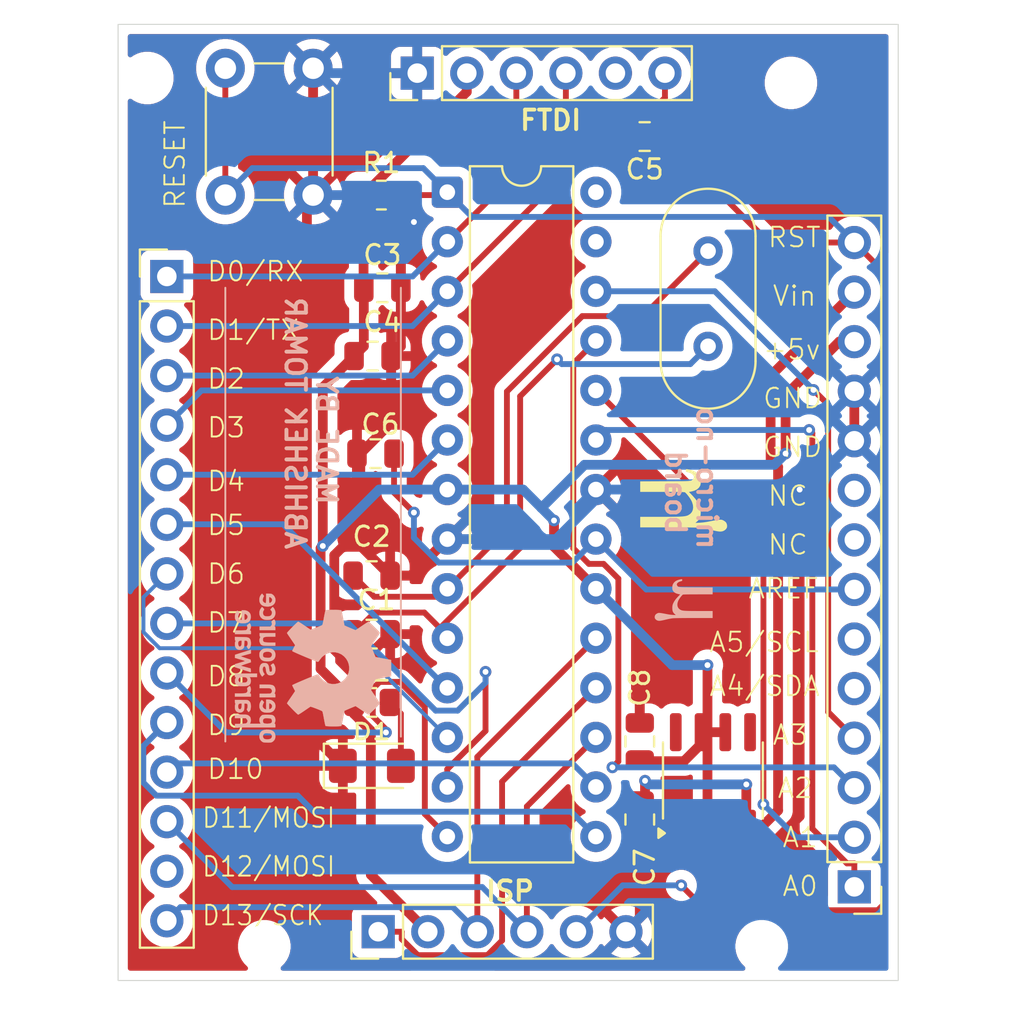
<source format=kicad_pcb>
(kicad_pcb (version 20241229) (generator "pcbnew") (generator_version "9.0")
  (layers (0 "F.Cu" signal) (2 "B.Cu" signal) (13 "F.Paste" user) (15 "B.Paste" user) (5 "F.SilkS" user "F.Silkscreen") (7 "B.SilkS" user "B.Silkscreen") (1 "F.Mask" user) (3 "B.Mask" user) (25 "Edge.Cuts" user))
  (net 0 "")
  (net 1 "GND")
  (net 2 "+5V")
  (net 3 "/RST ")
  (net 4 "/AREF")
  (net 5 "/DTR - AVR")
  (net 6 "/CTS - AVR")
  (net 7 "/D10")
  (net 8 "/D6")
  (net 9 "/D2")
  (net 10 "/D5")
  (net 11 "/D4")
  (net 12 "/D7")
  (net 13 "/D3")
  (net 14 "/D9")
  (net 15 "/D8")
  (net 17 "/A3")
  (net 18 "/A0")
  (net 19 "/A2")
  (net 20 "/A1")
  (net 21 "Vin")
  (net 25 "/PB7")
  (net 26 "/PB6")
  (net 27 "/LED")
  (net 28 "/SCK")
  (net 29 "/ MOSI")
  (net 30 "/MISO")
  (net 31 "/TX")
  (net 32 "/RX")
  (net 33 "/A4")
  (net 34 "/A5")
  (net 35 "/SDA")
  (net 36 "/SCL")
  (net 37 "/ MISO")
  (footprint "Connector_PinHeader_2.54mm:PinHeader_1x14_P2.54mm_Vertical" (layer "F.Cu") (at 166.75 106.2 180)
    (property "Reference" "J3" (hide yes))
    (property "Value" "Screw_Terminal_01x14")
    (pad "1" thru_hole rect (at 0 0 180) (size 1.7 1.7) (drill 1) (layers "*.Cu" "*.Mask") (net 18 "/A0"))
    (pad "2" thru_hole circle (at 0 2.54 180) (size 1.7 1.7) (drill 1) (layers "*.Cu" "*.Mask") (net 20 "/A1"))
    (pad "3" thru_hole circle (at 0 5.08 180) (size 1.7 1.7) (drill 1) (layers "*.Cu" "*.Mask") (net 19 "/A2"))
    (pad "4" thru_hole circle (at 0 7.62 180) (size 1.7 1.7) (drill 1) (layers "*.Cu" "*.Mask") (net 17 "/A3"))
    (pad "5" thru_hole circle (at 0 10.16 180) (size 1.7 1.7) (drill 1) (layers "*.Cu" "*.Mask") (net 33 "/A4"))
    (pad "6" thru_hole circle (at 0 12.7 180) (size 1.7 1.7) (drill 1) (layers "*.Cu" "*.Mask") (net 34 "/A5"))
    (pad "7" thru_hole circle (at 0 15.24 180) (size 1.7 1.7) (drill 1) (layers "*.Cu" "*.Mask") (net 4 "/AREF"))
    (pad "8" thru_hole circle (at 0 17.78 180) (size 1.7 1.7) (drill 1) (layers "*.Cu" "*.Mask"))
    (pad "9" thru_hole circle (at 0 20.32 180) (size 1.7 1.7) (drill 1) (layers "*.Cu" "*.Mask"))
    (pad "10" thru_hole circle (at 0 22.86 180) (size 1.7 1.7) (drill 1) (layers "*.Cu" "*.Mask") (net 1 "GND"))
    (pad "11" thru_hole circle (at 0 25.4 180) (size 1.7 1.7) (drill 1) (layers "*.Cu" "*.Mask") (net 1 "GND"))
    (pad "12" thru_hole circle (at 0 27.94 180) (size 1.7 1.7) (drill 1) (layers "*.Cu" "*.Mask") (net 2 "+5V"))
    (pad "13" thru_hole circle (at 0 30.48 180) (size 1.7 1.7) (drill 1) (layers "*.Cu" "*.Mask") (net 21 "Vin"))
    (pad "14" thru_hole circle (at 0 33.02 180) (size 1.7 1.7) (drill 1) (layers "*.Cu" "*.Mask") (net 3 "/RST "))
  )
  (footprint "LOGO" (layer "F.Cu") (at 156.508914 86.5 90)
    (property "Reference" "G***" (hide yes))
    (property "Value" "LOGO" (hide yes))
  )
  (footprint "Capacitor_SMD:C_0805_2012Metric" (layer "F.Cu") (at 142 90.25)
    (property "Reference" "C2" (at 0 -2 0) (layer "F.SilkS"))
    (property "Value" "22p")
    (pad "1" smd roundrect (at -0.95 0) (size 1 1.45) (layers "F.Cu" "F.Mask" "F.Paste") (net 26 "/PB6"))
    (pad "2" smd roundrect (at 0.95 0) (size 1 1.45) (layers "F.Cu" "F.Mask" "F.Paste") (net 1 "GND"))
  )
  (footprint "Resistor_SMD:R_0805_2012Metric" (layer "F.Cu") (at 142.5 70.75)
    (property "Reference" "R1" (at 0 -1.65 0) (layer "F.SilkS"))
    (property "Value" "10K")
    (pad "1" smd roundrect (at -0.9125 0) (size 1.025 1.4) (layers "F.Cu" "F.Mask" "F.Paste") (roundrect_rratio 0.243902) (net 2 "+5V"))
    (pad "2" smd roundrect (at 0.9125 0) (size 1.025 1.4) (layers "F.Cu" "F.Mask" "F.Paste") (roundrect_rratio 0.243902) (net 3 "/RST "))
  )
  (footprint "Package_DIP:DIP-28_W7.62mm" (layer "F.Cu") (at 145.88 70.6)
    (property "Reference" "U1" (hide yes))
    (property "Value" "ATmega328P-P" (hide yes))
    (pad "1" thru_hole roundrect (at 0 0) (size 1.6 1.6) (drill 0.8) (layers "*.Cu" "*.Mask") (roundrect_rratio 0.15625) (net 3 "/RST "))
    (pad "2" thru_hole circle (at 0 2.54) (size 1.6 1.6) (drill 0.8) (layers "*.Cu" "*.Mask") (net 32 "/RX"))
    (pad "3" thru_hole circle (at 0 5.08) (size 1.6 1.6) (drill 0.8) (layers "*.Cu" "*.Mask") (net 31 "/TX"))
    (pad "4" thru_hole circle (at 0 7.62) (size 1.6 1.6) (drill 0.8) (layers "*.Cu" "*.Mask") (net 9 "/D2"))
    (pad "5" thru_hole circle (at 0 10.16) (size 1.6 1.6) (drill 0.8) (layers "*.Cu" "*.Mask") (net 13 "/D3"))
    (pad "6" thru_hole circle (at 0 12.7) (size 1.6 1.6) (drill 0.8) (layers "*.Cu" "*.Mask") (net 11 "/D4"))
    (pad "7" thru_hole circle (at 0 15.24) (size 1.6 1.6) (drill 0.8) (layers "*.Cu" "*.Mask") (net 2 "+5V"))
    (pad "8" thru_hole circle (at 0 17.78) (size 1.6 1.6) (drill 0.8) (layers "*.Cu" "*.Mask") (net 1 "GND"))
    (pad "9" thru_hole circle (at 0 20.32) (size 1.6 1.6) (drill 0.8) (layers "*.Cu" "*.Mask") (net 26 "/PB6"))
    (pad "10" thru_hole circle (at 0 22.86) (size 1.6 1.6) (drill 0.8) (layers "*.Cu" "*.Mask") (net 25 "/PB7"))
    (pad "11" thru_hole circle (at 0 25.4) (size 1.6 1.6) (drill 0.8) (layers "*.Cu" "*.Mask") (net 10 "/D5"))
    (pad "12" thru_hole circle (at 0 27.94) (size 1.6 1.6) (drill 0.8) (layers "*.Cu" "*.Mask") (net 8 "/D6"))
    (pad "13" thru_hole circle (at 0 30.48) (size 1.6 1.6) (drill 0.8) (layers "*.Cu" "*.Mask") (net 12 "/D7"))
    (pad "14" thru_hole circle (at 0 33.02) (size 1.6 1.6) (drill 0.8) (layers "*.Cu" "*.Mask") (net 15 "/D8"))
    (pad "15" thru_hole circle (at 7.62 33.02) (size 1.6 1.6) (drill 0.8) (layers "*.Cu" "*.Mask") (net 14 "/D9"))
    (pad "16" thru_hole circle (at 7.62 30.48) (size 1.6 1.6) (drill 0.8) (layers "*.Cu" "*.Mask") (net 7 "/D10"))
    (pad "17" thru_hole circle (at 7.62 27.94) (size 1.6 1.6) (drill 0.8) (layers "*.Cu" "*.Mask") (net 29 "/ MOSI"))
    (pad "18" thru_hole circle (at 7.62 25.4) (size 1.6 1.6) (drill 0.8) (layers "*.Cu" "*.Mask") (net 30 "/MISO"))
    (pad "19" thru_hole circle (at 7.62 22.86) (size 1.6 1.6) (drill 0.8) (layers "*.Cu" "*.Mask") (net 28 "/SCK"))
    (pad "20" thru_hole circle (at 7.62 20.32) (size 1.6 1.6) (drill 0.8) (layers "*.Cu" "*.Mask") (net 2 "+5V"))
    (pad "21" thru_hole circle (at 7.62 17.78) (size 1.6 1.6) (drill 0.8) (layers "*.Cu" "*.Mask") (net 4 "/AREF"))
    (pad "22" thru_hole circle (at 7.62 15.24) (size 1.6 1.6) (drill 0.8) (layers "*.Cu" "*.Mask") (net 1 "GND"))
    (pad "23" thru_hole circle (at 7.62 12.7) (size 1.6 1.6) (drill 0.8) (layers "*.Cu" "*.Mask") (net 18 "/A0"))
    (pad "24" thru_hole circle (at 7.62 10.16) (size 1.6 1.6) (drill 0.8) (layers "*.Cu" "*.Mask") (net 20 "/A1"))
    (pad "25" thru_hole circle (at 7.62 7.62) (size 1.6 1.6) (drill 0.8) (layers "*.Cu" "*.Mask") (net 19 "/A2"))
    (pad "26" thru_hole circle (at 7.62 5.08) (size 1.6 1.6) (drill 0.8) (layers "*.Cu" "*.Mask") (net 17 "/A3"))
    (pad "27" thru_hole circle (at 7.62 2.54) (size 1.6 1.6) (drill 0.8) (layers "*.Cu" "*.Mask") (net 35 "/SDA"))
    (pad "28" thru_hole circle (at 7.62 0) (size 1.6 1.6) (drill 0.8) (layers "*.Cu" "*.Mask") (net 36 "/SCL"))
  )
  (footprint "Package_SO:SOIC-8_3.9x4.9mm_P1.27mm" (layer "F.Cu") (at 159.5 100.75 90)
    (property "Reference" "U2" (hide yes))
    (property "Value" "AMS1117CS-5.0" (hide yes))
    (pad "1" smd roundrect (at -2.475 -1.905 90) (size 1.95 0.6) (layers "F.Cu" "F.Mask" "F.Paste") (net 1 "GND"))
    (pad "2" smd roundrect (at -2.475 -0.635 90) (size 1.95 0.6) (layers "F.Cu" "F.Mask" "F.Paste") (net 2 "+5V"))
    (pad "3" smd roundrect (at -2.475 0.635 90) (size 1.95 0.6) (layers "F.Cu" "F.Mask" "F.Paste") (net 2 "+5V"))
    (pad "4" smd roundrect (at -2.475 1.905 90) (size 1.95 0.6) (layers "F.Cu" "F.Mask" "F.Paste") (net 21 "Vin"))
    (pad "5" smd roundrect (at 2.475 1.905 90) (size 1.95 0.6) (layers "F.Cu" "F.Mask" "F.Paste"))
    (pad "6" smd roundrect (at 2.475 0.635 90) (size 1.95 0.6) (layers "F.Cu" "F.Mask" "F.Paste") (net 2 "+5V"))
    (pad "7" smd roundrect (at 2.475 -0.635 90) (size 1.95 0.6) (layers "F.Cu" "F.Mask" "F.Paste") (net 2 "+5V"))
    (pad "8" smd roundrect (at 2.475 -1.905 90) (size 1.95 0.6) (layers "F.Cu" "F.Mask" "F.Paste"))
  )
  (footprint "Capacitor_SMD:C_0805_2012Metric" (layer "F.Cu") (at 155.75 102.75 -90)
    (property "Reference" "C7" (at 2.45 -0.25 90) (layer "F.SilkS"))
    (property "Value" "10uF" (hide yes))
    (pad "1" smd roundrect (at -0.95 0 270) (size 1 1.45) (layers "F.Cu" "F.Mask" "F.Paste") (net 21 "Vin"))
    (pad "2" smd roundrect (at 0.95 0 270) (size 1 1.45) (layers "F.Cu" "F.Mask" "F.Paste") (net 1 "GND"))
  )
  (footprint "Capacitor_SMD:C_0805_2012Metric" (layer "F.Cu") (at 142.05 79)
    (property "Reference" "C4" (at 0.5 -1.75 0) (layer "F.SilkS"))
    (property "Value" "100nF")
    (pad "1" smd roundrect (at -0.95 0) (size 1 1.45) (layers "F.Cu" "F.Mask" "F.Paste") (net 2 "+5V"))
    (pad "2" smd roundrect (at 0.95 0) (size 1 1.45) (layers "F.Cu" "F.Mask" "F.Paste") (net 1 "GND"))
  )
  (footprint "MountingHole:MountingHole_2.2mm_M2" (layer "F.Cu") (at 162 109.25)
    (property "Reference" "H4" (hide yes))
    (property "Value" "MountingHole")
    (pad "" np_thru_hole circle (at 0 0) (size 2.2 2.2) (drill 2.2) (layers "*.Cu" "*.Mask"))
  )
  (footprint "Crystal:Crystal_HC49-4H_Vertical" (layer "F.Cu") (at 159.25 78.5 90)
    (property "Reference" "Y1" (hide yes))
    (property "Value" "16MHz" (hide yes))
    (pad "1" thru_hole circle (at 0 0 90) (size 1.5 1.5) (drill 0.8) (layers "*.Cu" "*.Mask") (net 25 "/PB7"))
    (pad "2" thru_hole circle (at 4.88 0 90) (size 1.5 1.5) (drill 0.8) (layers "*.Cu" "*.Mask") (net 26 "/PB6"))
  )
  (footprint "MountingHole:MountingHole_2.2mm_M2" (layer "F.Cu") (at 163.5 65)
    (property "Reference" "H1" (hide yes))
    (property "Value" "MountingHole")
    (pad "" np_thru_hole circle (at 0 0) (size 2.2 2.2) (drill 2.2) (layers "*.Cu" "*.Mask"))
  )
  (footprint "Resistor_SMD:R_0805_2012Metric" (layer "F.Cu") (at 142.0125 96.75)
    (property "Reference" "R2" (at 0 -1.5 0) (layer "F.SilkS") (effects (font (size 0.8 1))))
    (property "Value" "330")
    (pad "1" smd roundrect (at -0.9125 0) (size 1.025 1.4) (layers "F.Cu" "F.Mask" "F.Paste") (roundrect_rratio 0.243902) (net 2 "+5V"))
    (pad "2" smd roundrect (at 0.9125 0) (size 1.025 1.4) (layers "F.Cu" "F.Mask" "F.Paste") (roundrect_rratio 0.243902) (net 27 "/LED"))
  )
  (footprint "Connector_PinHeader_2.54mm:PinHeader_1x06_P2.54mm_Vertical" (layer "F.Cu") (at 142.34 108.5 90)
    (property "Reference" "J1" (hide yes))
    (property "Value" "AVR-ISP-6" (hide yes))
    (pad "1" thru_hole rect (at 0 0 90) (size 1.7 1.7) (drill 1) (layers "*.Cu" "*.Mask") (net 30 "/MISO"))
    (pad "2" thru_hole circle (at 0 2.54 90) (size 1.7 1.7) (drill 1) (layers "*.Cu" "*.Mask") (net 2 "+5V"))
    (pad "3" thru_hole circle (at 0 5.08 90) (size 1.7 1.7) (drill 1) (layers "*.Cu" "*.Mask") (net 28 "/SCK"))
    (pad "4" thru_hole circle (at 0 7.62 90) (size 1.7 1.7) (drill 1) (layers "*.Cu" "*.Mask") (net 29 "/ MOSI"))
    (pad "5" thru_hole circle (at 0 10.16 90) (size 1.7 1.7) (drill 1) (layers "*.Cu" "*.Mask") (net 3 "/RST "))
    (pad "6" thru_hole circle (at 0 12.7 90) (size 1.7 1.7) (drill 1) (layers "*.Cu" "*.Mask") (net 1 "GND"))
  )
  (footprint "MountingHole:MountingHole_2.2mm_M2" (layer "F.Cu") (at 136.5 109.25)
    (property "Reference" "H3" (hide yes))
    (property "Value" "MountingHole")
    (pad "" np_thru_hole circle (at 0 0) (size 2.2 2.2) (drill 2.2) (layers "*.Cu" "*.Mask"))
  )
  (footprint "MountingHole:MountingHole_2.2mm_M2" (layer "F.Cu") (at 130.5 64.75 180)
    (property "Reference" "H2" (hide yes))
    (property "Value" "MountingHole")
    (pad "" np_thru_hole circle (at 0 0 180) (size 2.2 2.2) (drill 2.2) (layers "*.Cu" "*.Mask"))
  )
  (footprint "Connector_PinHeader_2.54mm:PinHeader_1x14_P2.54mm_Vertical" (layer "F.Cu") (at 131.5 74.92)
    (property "Reference" "J2" (hide yes))
    (property "Value" "Screw_Terminal_01x14")
    (pad "1" thru_hole rect (at 0 0) (size 1.7 1.7) (drill 1) (layers "*.Cu" "*.Mask") (net 32 "/RX"))
    (pad "2" thru_hole circle (at 0 2.54) (size 1.7 1.7) (drill 1) (layers "*.Cu" "*.Mask") (net 31 "/TX"))
    (pad "3" thru_hole circle (at 0 5.08) (size 1.7 1.7) (drill 1) (layers "*.Cu" "*.Mask") (net 9 "/D2"))
    (pad "4" thru_hole circle (at 0 7.62) (size 1.7 1.7) (drill 1) (layers "*.Cu" "*.Mask") (net 13 "/D3"))
    (pad "5" thru_hole circle (at 0 10.16) (size 1.7 1.7) (drill 1) (layers "*.Cu" "*.Mask") (net 11 "/D4"))
    (pad "6" thru_hole circle (at 0 12.7) (size 1.7 1.7) (drill 1) (layers "*.Cu" "*.Mask") (net 10 "/D5"))
    (pad "7" thru_hole circle (at 0 15.24) (size 1.7 1.7) (drill 1) (layers "*.Cu" "*.Mask") (net 8 "/D6"))
    (pad "8" thru_hole circle (at 0 17.78) (size 1.7 1.7) (drill 1) (layers "*.Cu" "*.Mask") (net 12 "/D7"))
    (pad "9" thru_hole circle (at 0 20.32) (size 1.7 1.7) (drill 1) (layers "*.Cu" "*.Mask") (net 15 "/D8"))
    (pad "10" thru_hole circle (at 0 22.86) (size 1.7 1.7) (drill 1) (layers "*.Cu" "*.Mask") (net 14 "/D9"))
    (pad "11" thru_hole circle (at 0 25.4) (size 1.7 1.7) (drill 1) (layers "*.Cu" "*.Mask") (net 7 "/D10"))
    (pad "12" thru_hole circle (at 0 27.94) (size 1.7 1.7) (drill 1) (layers "*.Cu" "*.Mask") (net 29 "/ MOSI"))
    (pad "13" thru_hole circle (at 0 30.48) (size 1.7 1.7) (drill 1) (layers "*.Cu" "*.Mask") (net 37 "/ MISO"))
    (pad "14" thru_hole circle (at 0 33.02) (size 1.7 1.7) (drill 1) (layers "*.Cu" "*.Mask") (net 28 "/SCK"))
  )
  (footprint "Capacitor_SMD:C_0805_2012Metric" (layer "F.Cu") (at 155.75 98.75 90)
    (property "Reference" "C8" (at 2.75 0 90) (layer "F.SilkS"))
    (property "Value" "10uF" (hide yes))
    (pad "1" smd roundrect (at -0.95 0 90) (size 1 1.45) (layers "F.Cu" "F.Mask" "F.Paste") (net 2 "+5V"))
    (pad "2" smd roundrect (at 0.95 0 90) (size 1 1.45) (layers "F.Cu" "F.Mask" "F.Paste") (net 1 "GND"))
  )
  (footprint "Capacitor_SMD:C_0805_2012Metric" (layer "F.Cu") (at 142 93.25)
    (property "Reference" "C1" (at 0.25 -1.75 0) (layer "F.SilkS"))
    (property "Value" "22p")
    (pad "1" smd roundrect (at -0.95 0) (size 1 1.45) (layers "F.Cu" "F.Mask" "F.Paste") (net 25 "/PB7"))
    (pad "2" smd roundrect (at 0.95 0) (size 1 1.45) (layers "F.Cu" "F.Mask" "F.Paste") (net 1 "GND"))
  )
  (footprint "Button_Switch_THT:SW_PUSH_6mm" (layer "F.Cu") (at 134.5 70.75 90)
    (property "Reference" "SW1" (hide yes))
    (property "Value" "SW_Push")
    (pad "1" thru_hole circle (at 0 0 180) (size 2 2) (drill 1.1) (layers "*.Cu" "*.Mask") (net 3 "/RST "))
    (pad "1" thru_hole circle (at 6.5 0 180) (size 2 2) (drill 1.1) (layers "*.Cu" "*.Mask") (net 3 "/RST "))
    (pad "2" thru_hole circle (at 0 4.5 180) (size 2 2) (drill 1.1) (layers "*.Cu" "*.Mask") (net 1 "GND"))
    (pad "2" thru_hole circle (at 6.5 4.5 180) (size 2 2) (drill 1.1) (layers "*.Cu" "*.Mask") (net 1 "GND"))
  )
  (footprint "Capacitor_SMD:C_0805_2012Metric" (layer "F.Cu") (at 142.2 84)
    (property "Reference" "C6" (at 0.25 -1.5 0) (layer "F.SilkS"))
    (property "Value" "100nF")
    (pad "1" smd roundrect (at -0.95 0) (size 1 1.45) (layers "F.Cu" "F.Mask" "F.Paste") (net 1 "GND"))
    (pad "2" smd roundrect (at 0.95 0) (size 1 1.45) (layers "F.Cu" "F.Mask" "F.Paste") (net 4 "/AREF"))
  )
  (footprint "Connector_PinHeader_2.54mm:PinHeader_1x06_P2.54mm_Vertical" (layer "F.Cu") (at 144.34 64.5 90)
    (property "Reference" "J5" (hide yes))
    (property "Value" "Conn_01x06" (hide yes))
    (pad "1" thru_hole rect (at 0 0 90) (size 1.7 1.7) (drill 1) (layers "*.Cu" "*.Mask") (net 1 "GND"))
    (pad "2" thru_hole circle (at 0 2.54 90) (size 1.7 1.7) (drill 1) (layers "*.Cu" "*.Mask") (net 2 "+5V"))
    (pad "3" thru_hole circle (at 0 5.08 90) (size 1.7 1.7) (drill 1) (layers "*.Cu" "*.Mask") (net 32 "/RX"))
    (pad "4" thru_hole circle (at 0 7.62 90) (size 1.7 1.7) (drill 1) (layers "*.Cu" "*.Mask") (net 31 "/TX"))
    (pad "5" thru_hole circle (at 0 10.16 90) (size 1.7 1.7) (drill 1) (layers "*.Cu" "*.Mask") (net 6 "/CTS - AVR"))
    (pad "6" thru_hole circle (at 0 12.7 90) (size 1.7 1.7) (drill 1) (layers "*.Cu" "*.Mask") (net 5 "/DTR - AVR"))
  )
  (footprint "Capacitor_SMD:C_0805_2012Metric" (layer "F.Cu") (at 142.55 75.5)
    (property "Reference" "C3" (at 0 -1.68 0) (layer "F.SilkS"))
    (property "Value" "100nF")
    (pad "1" smd roundrect (at -0.95 0) (size 1 1.45) (layers "F.Cu" "F.Mask" "F.Paste") (net 2 "+5V"))
    (pad "2" smd roundrect (at 0.95 0) (size 1 1.45) (layers "F.Cu" "F.Mask" "F.Paste") (net 1 "GND"))
  )
  (footprint "Capacitor_SMD:C_0805_2012Metric" (layer "F.Cu") (at 156 67.75 180)
    (property "Reference" "C5" (at 0 -1.68 0) (layer "F.SilkS"))
    (property "Value" "C")
    (pad "1" smd roundrect (at -0.95 0 180) (size 1 1.45) (layers "F.Cu" "F.Mask" "F.Paste") (net 3 "/RST "))
    (pad "2" smd roundrect (at 0.95 0 180) (size 1 1.45) (layers "F.Cu" "F.Mask" "F.Paste") (net 5 "/DTR - AVR"))
  )
  (footprint "LED_SMD:LED_1206_3216Metric_Pad1.42x1.75mm_HandSolder" (layer "F.Cu") (at 142.0125 100)
    (property "Reference" "D1" (at -0.0125 -1.75 0) (layer "F.SilkS") (effects (font (size 0.8 1))))
    (property "Value" "LED INDICATOR" (hide yes))
    (pad "1" smd roundrect (at -1.4875 0) (size 1.425 1.75) (layers "F.Cu" "F.Mask" "F.Paste") (roundrect_rratio 0.175439) (net 1 "GND"))
    (pad "2" smd roundrect (at 1.4875 0) (size 1.425 1.75) (layers "F.Cu" "F.Mask" "F.Paste") (roundrect_rratio 0.175439) (net 27 "/LED"))
  )
  (footprint "Symbol:OSHW-Logo_7.5x8mm_SilkScreen" (layer "B.Cu") (at 139 95 90)
    (property "Reference" "REF**" (hide yes))
    (property "Value" "OSHW-Logo_7.5x8mm_SilkScreen" (hide yes))
  )
  (footprint "LOGO" (layer "B.Cu") (at 158.994292 91.571497 90)
    (property "Reference" "G***" (hide yes))
    (property "Value" "LOGO" (hide yes))
  )
  (gr_line (start 143.5 75.5) (end 143.5 98.5) (stroke (width 0.1)) (layer "B.SilkS"))
  (gr_line (start 134.5 75.5) (end 134.5 98.75) (stroke (width 0.1)) (layer "B.SilkS"))
  (gr_rect (start 129 62) (end 169 111) (stroke (width 0.05)) (fill no) (layer "Edge.Cuts"))
  (gr_text "RST" (at 162.25 73.5 0) (layer "F.SilkS") (effects (font (size 1 1) (thickness 0.1)) (justify left bottom)))
  (gr_text "D12/MOSI" (at 133.25 105.75 0) (layer "F.SilkS") (effects (font (size 1 0.9) (thickness 0.1)) (justify left bottom)))
  (gr_text "A0" (at 163 106.75 0) (layer "F.SilkS") (effects (font (size 1 1) (thickness 0.1)) (justify left bottom)))
  (gr_text "NC" (at 162.25 86.75 0) (layer "F.SilkS") (effects (font (size 1 1) (thickness 0.1)) (justify left bottom)))
  (gr_text "+5v" (at 162 79.25 0) (layer "F.SilkS") (effects (font (size 1 1) (thickness 0.1)) (justify left bottom)))
  (gr_text "D11/MOSI" (at 133.25 103.25 0) (layer "F.SilkS") (effects (font (size 1 0.9) (thickness 0.1)) (justify left bottom)))
  (gr_text "D7" (at 133.5 93.25 0) (layer "F.SilkS") (effects (font (size 1 1) (thickness 0.1)) (justify left bottom)))
  (gr_text "AREF" (at 161.25 91.5 0) (layer "F.SilkS") (effects (font (size 1 1) (thickness 0.1)) (justify left bottom)))
  (gr_text "FTDI" (at 149.5 67.5 0) (layer "F.SilkS") (effects (font (size 1 1) (thickness 0.2) (bold yes)) (justify left bottom)))
  (gr_text "D2" (at 133.5 80.75 0) (layer "F.SilkS") (effects (font (size 1 1) (thickness 0.1)) (justify left bottom)))
  (gr_text "GND" (at 162 81.75 0) (layer "F.SilkS") (effects (font (size 1 1) (thickness 0.1)) (justify left bottom)))
  (gr_text "ISP" (at 147.75 107 0) (layer "F.SilkS") (effects (font (size 1 1) (thickness 0.2) (bold yes)) (justify left bottom)))
  (gr_text "D4" (at 133.5 86 0) (layer "F.SilkS") (effects (font (size 1 1) (thickness 0.1)) (justify left bottom)))
  (gr_text "D0/RX" (at 133.5 75.25 0) (layer "F.SilkS") (effects (font (size 1 1) (thickness 0.1)) (justify left bottom)))
  (gr_text "RESET" (at 132.5 71.5 90) (layer "F.SilkS") (effects (font (size 1 1) (thickness 0.1)) (justify left bottom)))
  (gr_text "D1/TX" (at 133.5 78.25 0) (layer "F.SilkS") (effects (font (size 1 1) (thickness 0.1)) (justify left bottom)))
  (gr_text "D3" (at 133.5 83.25 0) (layer "F.SilkS") (effects (font (size 1 1) (thickness 0.1)) (justify left bottom)))
  (gr_text "D13/SCK" (at 133.25 108.25 0) (layer "F.SilkS") (effects (font (size 1 0.9) (thickness 0.1)) (justify left bottom)))
  (gr_text "D5" (at 133.5 88.25 0) (layer "F.SilkS") (effects (font (size 1 1) (thickness 0.1)) (justify left bottom)))
  (gr_text "D9" (at 133.5 98.5 0) (layer "F.SilkS") (effects (font (size 1 1) (thickness 0.1)) (justify left bottom)))
  (gr_text "D6" (at 133.5 90.75 0) (layer "F.SilkS") (effects (font (size 1 1) (thickness 0.1)) (justify left bottom)))
  (gr_text "A2" (at 162.75 101.725 0) (layer "F.SilkS") (effects (font (size 1 1) (thickness 0.1)) (justify left bottom)))
  (gr_text "Vin" (at 162.5 76.5 0) (layer "F.SilkS") (effects (font (size 1 1) (thickness 0.1)) (justify left bottom)))
  (gr_text "A4/SDA" (at 159.25 96.5 0) (layer "F.SilkS") (effects (font (size 1 1) (thickness 0.1)) (justify left bottom)))
  (gr_text "A3" (at 162.5 99 0) (layer "F.SilkS") (effects (font (size 1 1) (thickness 0.1)) (justify left bottom)))
  (gr_text "NC" (at 162.25 89.25 0) (layer "F.SilkS") (effects (font (size 1 1) (thickness 0.1)) (justify left bottom)))
  (gr_text "A1" (at 163 104.25 0) (layer "F.SilkS") (effects (font (size 1 1) (thickness 0.1)) (justify left bottom)))
  (gr_text "D10" (at 133.5 100.75 0) (layer "F.SilkS") (effects (font (size 1 1) (thickness 0.1)) (justify left bottom)))
  (gr_text "GND" (at 162 84.25 0) (layer "F.SilkS") (effects (font (size 1 1) (thickness 0.1)) (justify left bottom)))
  (gr_text "D8" (at 133.5 96 0) (layer "F.SilkS") (effects (font (size 1 1) (thickness 0.1)) (justify left bottom)))
  (gr_text "A5/SCL" (at 159.25 94.25 0) (layer "F.SilkS") (effects (font (size 1 1) (thickness 0.1)) (justify left bottom)))
  (gr_text "   MADE BY\nABHISHEK TOMAR" (at 137.5 89 270) (layer "B.SilkS") (effects (font (size 1 1) (thickness 0.2) (bold yes)) (justify left bottom mirror)))
  (gr_text "micro-no\n board" (at 157 89 270) (layer "B.SilkS") (effects (font (size 1 1) (thickness 0.2) (bold yes)) (justify left bottom mirror)))
  (segment (start 139 64.25) (end 139 70.75) (width 0.5) (layer "F.Cu") (net 1))
  (segment (start 143 79) (end 143 82.4197) (width 0.5) (layer "F.Cu") (net 1))
  (segment (start 155.75 103.7) (end 157.12 103.7) (width 0.5) (layer "F.Cu") (net 1))
  (segment (start 144.1683 72.1298) (end 143.5 72.7981) (width 0.5) (layer "F.Cu") (net 1))
  (segment (start 155.04 108.5) (end 155.75 107.79) (width 0.5) (layer "F.Cu") (net 1))
  (segment (start 143.5 72.7981) (end 143.5 75.5) (width 0.5) (layer "F.Cu") (net 1))
  (segment (start 138.6824 71.0676) (end 139 70.75) (width 0.5) (layer "F.Cu") (net 1))
  (segment (start 144.01 90.25) (end 142.95 90.25) (width 0.5) (layer "F.Cu") (net 1))
  (segment (start 145.88 88.38) (end 144.01 90.25) (width 0.5) (layer "F.Cu") (net 1))
  (segment (start 140.0858 94.0494) (end 140.0858 89.2064) (width 0.5) (layer "F.Cu") (net 1))
  (segment (start 141.4197 84) (end 141.25 84) (width 0.5) (layer "F.Cu") (net 1))
  (segment (start 163.9457 102.5867) (end 161.8383 104.6941) (width 0.5) (layer "F.Cu") (net 1))
  (segment (start 141.7214 94.4786) (end 140.515 94.4786) (width 0.5) (layer "F.Cu") (net 1))
  (segment (start 161.8383 104.6941) (end 158.4371 104.6941) (width 0.5) (layer "F.Cu") (net 1))
  (segment (start 158.4371 104.6941) (end 157.595 103.852) (width 0.5) (layer "F.Cu") (net 1))
  (segment (start 155.75 107.79) (end 155.75 103.7) (width 0.5) (layer "F.Cu") (net 1))
  (segment (start 166.75 80.8) (end 166.75 83.34) (width 0.5) (layer "F.Cu") (net 1))
  (segment (start 143 79) (end 143.5 78.5) (width 0.5) (layer "F.Cu") (net 1))
  (segment (start 138.6824 98.1574) (end 138.6824 71.0676) (width 0.5) (layer "F.Cu") (net 1))
  (segment (start 155.75 88.09) (end 153.5 85.84) (width 0.5) (layer "F.Cu") (net 1))
  (segment (start 142.95 93.25) (end 141.7214 94.4786) (width 0.5) (layer "F.Cu") (net 1))
  (segment (start 141.25 88.0422) (end 141.25 84) (width 0.5) (layer "F.Cu") (net 1))
  (segment (start 157.12 103.7) (end 157.595 103.225) (width 0.5) (layer "F.Cu") (net 1))
  (segment (start 163.9457 85.84) (end 163.9457 102.5867) (width 0.5) (layer "F.Cu") (net 1))
  (segment (start 157.595 103.852) (end 157.595 103.225) (width 0.5) (layer "F.Cu") (net 1))
  (segment (start 140.525 100) (end 138.6824 98.1574) (width 0.5) (layer "F.Cu") (net 1))
  (segment (start 141.4197 88.7197) (end 142.95 90.25) (width 0.5) (layer "F.Cu") (net 1))
  (segment (start 140.515 94.4786) (end 140.0858 94.0494) (width 0.5) (layer "F.Cu") (net 1))
  (segment (start 143 82.4197) (end 141.4197 84) (width 0.5) (layer "F.Cu") (net 1))
  (segment (start 143.5 78.5) (end 143.5 75.5) (width 0.5) (layer "F.Cu") (net 1))
  (segment (start 141.4197 84) (end 141.4197 88.7197) (width 0.5) (layer "F.Cu") (net 1))
  (segment (start 140.0858 89.2064) (end 141.25 88.0422) (width 0.5) (layer "F.Cu") (net 1))
  (segment (start 155.75 97.8) (end 155.75 88.09) (width 0.5) (layer "F.Cu") (net 1))
  (via (at 163.9457 85.84) (size 0.6) (drill 0.3) (layers "F.Cu" "B.Cu") (net 1))
  (via (at 144.1683 72.1298) (size 0.6) (drill 0.3) (layers "F.Cu" "B.Cu") (net 1))
  (segment (start 139.25 64.5) (end 139 64.25) (width 0.5) (layer "B.Cu") (net 1))
  (segment (start 145.88 88.38) (end 151.4615 88.38) (width 0.5) (layer "B.Cu") (net 1))
  (segment (start 164.25 85.84) (end 166.75 83.34) (width 0.5) (layer "B.Cu") (net 1))
  (segment (start 139 70.75) (end 142.7885 70.75) (width 0.5) (layer "B.Cu") (net 1))
  (segment (start 151.4615 88.38) (end 153.5 86.3415) (width 0.5) (layer "B.Cu") (net 1))
  (segment (start 153.5 86.3415) (end 153.5 85.84) (width 0.5) (layer "B.Cu") (net 1))
  (segment (start 144.34 64.5) (end 139.25 64.5) (width 0.5) (layer "B.Cu") (net 1))
  (segment (start 153.5 85.84) (end 163.9457 85.84) (width 0.5) (layer "B.Cu") (net 1))
  (segment (start 142.7885 70.75) (end 144.1683 72.1298) (width 0.5) (layer "B.Cu") (net 1))
  (segment (start 163.9457 85.84) (end 164.25 85.84) (width 0.5) (layer "B.Cu") (net 1))
  (segment (start 158.865 98.275) (end 159.2212 98.275) (width 0.5) (layer "F.Cu") (net 2))
  (segment (start 141.1 96.75) (end 141.1 97.3406) (width 0.5) (layer "F.Cu") (net 2))
  (segment (start 151.352 88.772) (end 151.352 87.4264) (width 0.5) (layer "F.Cu") (net 2))
  (segment (start 141.1 96.75) (end 139.3841 95.0341) (width 0.5) (layer "F.Cu") (net 2))
  (segment (start 141.6 75.5) (end 141.5875 75.4875) (width 0.5) (layer "F.Cu") (net 2))
  (segment (start 153.5 90.92) (end 151.352 88.772) (width 0.5) (layer "F.Cu") (net 2))
  (segment (start 141.6 78.5) (end 141.1 79) (width 0.5) (layer "F.Cu") (net 2))
  (segment (start 141.1 79) (end 139.497 80.603) (width 0.5) (layer "F.Cu") (net 2))
  (segment (start 146.88 65.4575) (end 146.88 64.5) (width 0.5) (layer "F.Cu") (net 2))
  (segment (start 158.0135 99.7616) (end 158.865 98.9101) (width 0.5) (layer "F.Cu") (net 2))
  (segment (start 139.3841 95.0341) (end 139.3841 88.845) (width 0.5) (layer "F.Cu") (net 2))
  (segment (start 159.2212 103.225) (end 159.2212 98.275) (width 0.5) (layer "F.Cu") (net 2))
  (segment (start 155.75 99.7) (end 155.8116 99.7616) (width 0.5) (layer "F.Cu") (net 2))
  (segment (start 141.6 75.5) (end 141.6 78.5) (width 0.5) (layer "F.Cu") (net 2))
  (segment (start 165.9751 78.26) (end 163.2247 81.0104) (width 0.5) (layer "F.Cu") (net 2))
  (segment (start 158.865 98.9101) (end 158.865 98.275) (width 0.5) (layer "F.Cu") (net 2))
  (segment (start 139.497 80.603) (end 139.497 88.7321) (width 0.5) (layer "F.Cu") (net 2))
  (segment (start 141.1 97.3406) (end 141.9613 98.2019) (width 0.5) (layer "F.Cu") (net 2))
  (segment (start 159.2212 98.275) (end 159.2212 94.8361) (width 0.5) (layer "F.Cu") (net 2))
  (segment (start 163.2247 81.0104) (end 163.2247 83.9945) (width 0.5) (layer "F.Cu") (net 2))
  (segment (start 141.5875 75.4875) (end 141.5875 70.75) (width 0.5) (layer "F.Cu") (net 2))
  (segment (start 155.8116 99.7616) (end 158.0135 99.7616) (width 0.5) (layer "F.Cu") (net 2))
  (segment (start 159.2212 98.275) (end 160.135 98.275) (width 0.5) (layer "F.Cu") (net 2))
  (segment (start 166.75 78.26) (end 165.9751 78.26) (width 0.5) (layer "F.Cu") (net 2))
  (segment (start 159.2212 103.225) (end 160.135 103.225) (width 0.5) (layer "F.Cu") (net 2))
  (segment (start 163.2247 83.9945) (end 163.2246 83.9945) (width 0.5) (layer "F.Cu") (net 2))
  (segment (start 141.9613 105.5813) (end 144.88 108.5) (width 0.5) (layer "F.Cu") (net 2))
  (segment (start 141.5875 70.75) (end 146.88 65.4575) (width 0.5) (layer "F.Cu") (net 2))
  (segment (start 158.865 103.225) (end 159.2212 103.225) (width 0.5) (layer "F.Cu") (net 2))
  (segment (start 141.9613 98.2019) (end 141.9613 105.5813) (width 0.5) (layer "F.Cu") (net 2))
  (segment (start 139.3841 88.845) (end 139.497 88.7321) (width 0.5) (layer "F.Cu") (net 2))
  (via (at 151.352 87.4264) (size 0.6) (drill 0.3) (layers "F.Cu" "B.Cu") (net 2))
  (via (at 163.2246 83.9945) (size 0.6) (drill 0.3) (layers "F.Cu" "B.Cu") (net 2))
  (via (at 139.497 88.7321) (size 0.6) (drill 0.3) (layers "F.Cu" "B.Cu") (net 2))
  (via (at 159.2212 94.8361) (size 0.6) (drill 0.3) (layers "F.Cu" "B.Cu") (net 2))
  (segment (start 152.9194 84.57) (end 150.7075 86.7819) (width 0.5) (layer "B.Cu") (net 2))
  (segment (start 139.497 88.7321) (end 142.3891 85.84) (width 0.5) (layer "B.Cu") (net 2))
  (segment (start 159.2212 94.8361) (end 157.4161 94.8361) (width 0.5) (layer "B.Cu") (net 2))
  (segment (start 151.352 87.4264) (end 150.7075 86.7819) (width 0.5) (layer "B.Cu") (net 2))
  (segment (start 163.2246 83.9945) (end 162.6491 84.57) (width 0.5) (layer "B.Cu") (net 2))
  (segment (start 150.7075 86.7819) (end 149.7656 85.84) (width 0.5) (layer "B.Cu") (net 2))
  (segment (start 162.6491 84.57) (end 152.9194 84.57) (width 0.5) (layer "B.Cu") (net 2))
  (segment (start 149.7656 85.84) (end 145.88 85.84) (width 0.5) (layer "B.Cu") (net 2))
  (segment (start 142.3891 85.84) (end 145.88 85.84) (width 0.5) (layer "B.Cu") (net 2))
  (segment (start 157.4161 94.8361) (end 153.5 90.92) (width 0.5) (layer "B.Cu") (net 2))
  (segment (start 156.95 67.75) (end 162.38 73.18) (width 0.3) (layer "F.Cu") (net 3))
  (segment (start 157.875 106.125) (end 157.75 106) (width 0.3) (layer "F.Cu") (net 3))
  (segment (start 134.5 64.25) (end 134.5 70.75) (width 0.3) (layer "F.Cu") (net 3))
  (segment (start 168.295 106.7587) (end 168.295 74.725) (width 0.3) (layer "F.Cu") (net 3))
  (segment (start 159.151 107.401) (end 157.875 106.125) (width 0.3) (layer "F.Cu") (net 3))
  (segment (start 168.295 74.725) (end 166.75 73.18) (width 0.3) (layer "F.Cu") (net 3))
  (segment (start 167.951 107.401) (end 159.151 107.401) (width 0.3) (layer "F.Cu") (net 3))
  (segment (start 168.295 107.057) (end 167.951 107.401) (width 0.3) (layer "F.Cu") (net 3))
  (segment (start 162.38 73.18) (end 166.75 73.18) (width 0.3) (layer "F.Cu") (net 3))
  (segment (start 168.295 106.7587) (end 168.295 107.057) (width 0.3) (layer "F.Cu") (net 3))
  (segment (start 143.4125 70.75) (end 145.73 70.75) (width 0.3) (layer "F.Cu") (net 3))
  (segment (start 145.73 70.75) (end 145.88 70.6) (width 0.3) (layer "F.Cu") (net 3))
  (via (at 157.875 106.125) (size 0.6) (drill 0.3) (layers "F.Cu" "B.Cu") (net 3))
  (segment (start 154.875 106.125) (end 152.5 108.5) (width 0.3) (layer "B.Cu") (net 3))
  (segment (start 145.88 70.6) (end 144.6495 69.3695) (width 0.3) (layer "B.Cu") (net 3))
  (segment (start 135.8805 69.3695) (end 134.5 70.75) (width 0.3) (layer "B.Cu") (net 3))
  (segment (start 165.44 71.87) (end 147.15 71.87) (width 0.3) (layer "B.Cu") (net 3))
  (segment (start 166.75 73.18) (end 165.44 71.87) (width 0.3) (layer "B.Cu") (net 3))
  (segment (start 147.15 71.87) (end 145.88 70.6) (width 0.3) (layer "B.Cu") (net 3))
  (segment (start 157.875 106.125) (end 154.875 106.125) (width 0.3) (layer "B.Cu") (net 3))
  (segment (start 144.6495 69.3695) (end 135.8805 69.3695) (width 0.3) (layer "B.Cu") (net 3))
  (segment (start 144.1688 87.0182) (end 143.15 85.9994) (width 0.3) (layer "F.Cu") (net 4))
  (segment (start 143.15 85.9994) (end 143.15 84) (width 0.3) (layer "F.Cu") (net 4))
  (via (at 144.1688 87.0182) (size 0.6) (drill 0.3) (layers "F.Cu" "B.Cu") (net 4))
  (segment (start 152.2988 89.5812) (end 145.4376 89.5812) (width 0.3) (layer "B.Cu") (net 4))
  (segment (start 144.1688 88.3124) (end 144.1688 87.0182) (width 0.3) (layer "B.Cu") (net 4))
  (segment (start 153.5 88.38) (end 156.08 90.96) (width 0.3) (layer "B.Cu") (net 4))
  (segment (start 156.08 90.96) (end 166.75 90.96) (width 0.3) (layer "B.Cu") (net 4))
  (segment (start 153.5 88.38) (end 152.2988 89.5812) (width 0.3) (layer "B.Cu") (net 4))
  (segment (start 145.4376 89.5812) (end 144.1688 88.3124) (width 0.3) (layer "B.Cu") (net 4))
  (segment (start 157.04 64.5) (end 157.04 65.76) (width 0.3) (layer "F.Cu") (net 5))
  (segment (start 157.04 65.76) (end 155.05 67.75) (width 0.3) (layer "F.Cu") (net 5))
  (segment (start 131.5 100.32) (end 131.9463 99.8737) (width 0.3) (layer "B.Cu") (net 7))
  (segment (start 152.2937 99.8737) (end 153.5 101.08) (width 0.3) (layer "B.Cu") (net 7))
  (segment (start 131.9463 99.8737) (end 152.2937 99.8737) (width 0.3) (layer "B.Cu") (net 7))
  (segment (start 130.3011 91.3589) (end 130.3011 93.1429) (width 0.2) (layer "B.Cu") (net 8))
  (segment (start 141.31 93.97) (end 145.88 98.54) (width 0.2) (layer "B.Cu") (net 8))
  (segment (start 130.3011 93.1429) (end 131.1282 93.97) (width 0.2) (layer "B.Cu") (net 8))
  (segment (start 131.5 90.16) (end 130.3011 91.3589) (width 0.2) (layer "B.Cu") (net 8))
  (segment (start 131.1282 93.97) (end 141.31 93.97) (width 0.2) (layer "B.Cu") (net 8))
  (segment (start 131.5 80) (end 144.1 80) (width 0.3) (layer "B.Cu") (net 9))
  (segment (start 144.1 80) (end 145.88 78.22) (width 0.3) (layer "B.Cu") (net 9))
  (segment (start 137.4634 87.62) (end 145.8434 96) (width 0.3) (layer "B.Cu") (net 10))
  (segment (start 145.8434 96) (end 145.88 96) (width 0.3) (layer "B.Cu") (net 10))
  (segment (start 131.5 87.62) (end 137.4634 87.62) (width 0.3) (layer "B.Cu") (net 10))
  (segment (start 145.88 83.3) (end 144.1 85.08) (width 0.3) (layer "B.Cu") (net 11))
  (segment (start 144.1 85.08) (end 131.5 85.08) (width 0.3) (layer "B.Cu") (net 11))
  (segment (start 145.88 101.08) (end 145.88 100.1688) (width 0.3) (layer "F.Cu") (net 12))
  (segment (start 147.8403 98.2085) (end 147.8403 95.1819) (width 0.3) (layer "F.Cu") (net 12))
  (segment (start 145.88 100.1688) (end 147.8403 98.2085) (width 0.3) (layer "F.Cu") (net 12))
  (via (at 147.8403 95.1819) (size 0.6) (drill 0.3) (layers "F.Cu" "B.Cu") (net 12))
  (segment (start 147.8403 95.741) (end 147.8403 95.1819) (width 0.3) (layer "B.Cu") (net 12))
  (segment (start 145.2838 97.1687) (end 146.4126 97.1687) (width 0.3) (layer "B.Cu") (net 12))
  (segment (start 140.8151 92.7) (end 145.2838 97.1687) (width 0.3) (layer "B.Cu") (net 12))
  (segment (start 131.5 92.7) (end 140.8151 92.7) (width 0.3) (layer "B.Cu") (net 12))
  (segment (start 146.4126 97.1687) (end 147.8403 95.741) (width 0.3) (layer "B.Cu") (net 12))
  (segment (start 145.88 80.76) (end 133.28 80.76) (width 0.3) (layer "B.Cu") (net 13))
  (segment (start 133.28 80.76) (end 131.5 82.54) (width 0.3) (layer "B.Cu") (net 13))
  (segment (start 130.2945 100.8551) (end 130.9656 101.5262) (width 0.3) (layer "B.Cu") (net 14))
  (segment (start 138.2138 101.5262) (end 139.0376 102.35) (width 0.3) (layer "B.Cu") (net 14))
  (segment (start 130.2945 98.9855) (end 130.2945 100.8551) (width 0.3) (layer "B.Cu") (net 14))
  (segment (start 139.0376 102.35) (end 152.23 102.35) (width 0.3) (layer "B.Cu") (net 14))
  (segment (start 152.23 102.35) (end 153.5 103.62) (width 0.3) (layer "B.Cu") (net 14))
  (segment (start 130.9656 101.5262) (end 138.2138 101.5262) (width 0.3) (layer "B.Cu") (net 14))
  (segment (start 131.5 97.78) (end 130.2945 98.9855) (width 0.3) (layer "B.Cu") (net 14))
  (segment (start 144.7283 96.9886) (end 143.437 95.6973) (width 0.3) (layer "F.Cu") (net 15))
  (segment (start 142.0598 97.4495) (end 142.413 97.8027) (width 0.3) (layer "F.Cu") (net 15))
  (segment (start 143.437 95.6973) (end 142.413 95.6973) (width 0.3) (layer "F.Cu") (net 15))
  (segment (start 145.88 103.62) (end 144.7283 102.4683) (width 0.3) (layer "F.Cu") (net 15))
  (segment (start 142.413 95.6973) (end 142.0598 96.0505) (width 0.3) (layer "F.Cu") (net 15))
  (segment (start 142.0598 96.0505) (end 142.0598 97.4495) (width 0.3) (layer "F.Cu") (net 15))
  (segment (start 142.4131 97.8027) (end 142.7344 98.124) (width 0.3) (layer "F.Cu") (net 15))
  (segment (start 142.7344 98.124) (end 142.7344 98.2875) (width 0.3) (layer "F.Cu") (net 15))
  (segment (start 144.7283 102.4683) (end 144.7283 96.9886) (width 0.3) (layer "F.Cu") (net 15))
  (segment (start 142.413 97.8027) (end 142.4131 97.8027) (width 0.3) (layer "F.Cu") (net 15))
  (via (at 142.7344 98.2875) (size 0.6) (drill 0.3) (layers "F.Cu" "B.Cu") (net 15))
  (segment (start 134.5475 98.2875) (end 131.5 95.24) (width 0.3) (layer "B.Cu") (net 15))
  (segment (start 142.7344 98.2875) (end 134.5475 98.2875) (width 0.3) (layer "B.Cu") (net 15))
  (segment (start 165.4102 97.2402) (end 166.75 98.58) (width 0.3) (layer "F.Cu") (net 17))
  (segment (start 164.6542 80.7361) (end 165.4102 81.4921) (width 0.3) (layer "F.Cu") (net 17))
  (segment (start 165.4102 81.4921) (end 165.4102 97.2402) (width 0.3) (layer "F.Cu") (net 17))
  (via (at 164.6542 80.7361) (size 0.6) (drill 0.3) (layers "F.Cu" "B.Cu") (net 17))
  (segment (start 159.5981 75.68) (end 164.6542 80.7361) (width 0.3) (layer "B.Cu") (net 17))
  (segment (start 153.5 75.68) (end 159.5981 75.68) (width 0.3) (layer "B.Cu") (net 17))
  (segment (start 166.75 106.2) (end 166.75 104.9983) (width 0.3) (layer "F.Cu") (net 18))
  (segment (start 166.75 104.9983) (end 166.3745 104.9983) (width 0.3) (layer "F.Cu") (net 18))
  (segment (start 166.3745 104.9983) (end 164.5974 103.2212) (width 0.3) (layer "F.Cu") (net 18))
  (segment (start 164.5974 103.2212) (end 164.5974 82.9498) (width 0.3) (layer "F.Cu") (net 18))
  (segment (start 164.5974 82.9498) (end 164.4345 82.7869) (width 0.3) (layer "F.Cu") (net 18))
  (via (at 164.4345 82.7869) (size 0.6) (drill 0.3) (layers "F.Cu" "B.Cu") (net 18))
  (segment (start 153.5 83.3) (end 154.0131 82.7869) (width 0.3) (layer "B.Cu") (net 18))
  (segment (start 154.0131 82.7869) (end 164.4345 82.7869) (width 0.3) (layer "B.Cu") (net 18))
  (segment (start 154.6517 90.4064) (end 154.6517 99.7716) (width 0.3) (layer "F.Cu") (net 19))
  (segment (start 153.5 78.22) (end 152.3417 79.3783) (width 0.3) (layer "F.Cu") (net 19))
  (segment (start 153.8953 89.65) (end 154.6517 90.4064) (width 0.3) (layer "F.Cu") (net 19))
  (segment (start 153.1404 89.65) (end 153.8953 89.65) (width 0.3) (layer "F.Cu") (net 19))
  (segment (start 152.3417 79.3783) (end 152.3417 88.8513) (width 0.3) (layer "F.Cu") (net 19))
  (segment (start 154.6517 99.7716) (end 154.346 100.0773) (width 0.3) (layer "F.Cu") (net 19))
  (segment (start 152.3417 88.8513) (end 153.1404 89.65) (width 0.3) (layer "F.Cu") (net 19))
  (via (at 154.346 100.0773) (size 0.6) (drill 0.3) (layers "F.Cu" "B.Cu") (net 19))
  (segment (start 154.346 100.0773) (end 165.7073 100.0773) (width 0.3) (layer "B.Cu") (net 19))
  (segment (start 165.7073 100.0773) (end 166.75 101.12) (width 0.3) (layer "B.Cu") (net 19))
  (segment (start 162.0895 89.3495) (end 162.0895 101.9742) (width 0.3) (layer "F.Cu") (net 20))
  (segment (start 153.5 80.76) (end 162.0895 89.3495) (width 0.3) (layer "F.Cu") (net 20))
  (via (at 162.0895 101.9742) (size 0.6) (drill 0.3) (layers "F.Cu" "B.Cu") (net 20))
  (segment (start 163.7753 103.66) (end 166.75 103.66) (width 0.3) (layer "B.Cu") (net 20))
  (segment (start 162.0895 101.9742) (end 163.7753 103.66) (width 0.3) (layer "B.Cu") (net 20))
  (segment (start 156.019 101.531) (end 155.75 101.8) (width 0.5) (layer "F.Cu") (net 21))
  (segment (start 162.8412 84.6741) (end 162.8412 102.2856) (width 0.5) (layer "F.Cu") (net 21))
  (segment (start 161.9018 103.225) (end 161.405 103.225) (width 0.5) (layer "F.Cu") (net 21))
  (segment (start 156.019 100.7631) (end 156.019 101.531) (width 0.5) (layer "F.Cu") (net 21))
  (segment (start 166.75 75.72) (end 162.4574 80.0126) (width 0.5) (layer "F.Cu") (net 21))
  (segment (start 162.4574 84.2903) (end 162.8412 84.6741) (width 0.5) (layer "F.Cu") (net 21))
  (segment (start 161.2122 103.0322) (end 161.2122 100.9507) (width 0.5) (layer "F.Cu") (net 21))
  (segment (start 162.8412 102.2856) (end 161.9018 103.225) (width 0.5) (layer "F.Cu") (net 21))
  (segment (start 161.405 103.225) (end 161.2122 103.0322) (width 0.5) (layer "F.Cu") (net 21))
  (segment (start 162.4574 80.0126) (end 162.4574 84.2903) (width 0.5) (layer "F.Cu") (net 21))
  (via (at 161.2122 100.9507) (size 0.6) (drill 0.3) (layers "F.Cu" "B.Cu") (net 21))
  (via (at 156.019 100.7631) (size 0.6) (drill 0.3) (layers "F.Cu" "B.Cu") (net 21))
  (segment (start 156.2066 100.9507) (end 156.019 100.7631) (width 0.5) (layer "B.Cu") (net 21))
  (segment (start 161.2122 100.9507) (end 156.2066 100.9507) (width 0.5) (layer "B.Cu") (net 21))
  (segment (start 145.5025 93.0825) (end 145.88 93.46) (width 0.3) (layer "F.Cu") (net 25))
  (segment (start 144.7044 92.1439) (end 145.5025 92.942) (width 0.3) (layer "F.Cu") (net 25))
  (segment (start 149.6157 81.0598) (end 151.5092 79.1663) (width 0.3) (layer "F.Cu") (net 25))
  (segment (start 145.5025 92.942) (end 145.5025 93.0825) (width 0.3) (layer "F.Cu") (net 25))
  (segment (start 142.1561 92.1439) (end 144.7044 92.1439) (width 0.3) (layer "F.Cu") (net 25))
  (segment (start 141.05 93.25) (end 142.1561 92.1439) (width 0.3) (layer "F.Cu") (net 25))
  (segment (start 149.6157 88.8288) (end 149.6157 81.0598) (width 0.3) (layer "F.Cu") (net 25))
  (segment (start 145.5025 92.942) (end 149.6157 88.8288) (width 0.3) (layer "F.Cu") (net 25))
  (via (at 151.5092 79.1663) (size 0.6) (drill 0.3) (layers "F.Cu" "B.Cu") (net 25))
  (segment (start 151.752 79.4091) (end 158.3409 79.4091) (width 0.3) (layer "B.Cu") (net 25))
  (segment (start 158.3409 79.4091) (end 159.25 78.5) (width 0.3) (layer "B.Cu") (net 25))
  (segment (start 151.5092 79.1663) (end 151.752 79.4091) (width 0.3) (layer "B.Cu") (net 25))
  (segment (start 155.92 76.95) (end 152.804 76.95) (width 0.3) (layer "F.Cu") (net 26))
  (segment (start 148.9374 80.8166) (end 148.9374 87.8626) (width 0.3) (layer "F.Cu") (net 26))
  (segment (start 148.9374 87.8626) (end 145.88 90.92) (width 0.3) (layer "F.Cu") (net 26))
  (segment (start 145.88 90.92) (end 145.465 91.335) (width 0.3) (layer "F.Cu") (net 26))
  (segment (start 142.135 91.335) (end 141.05 90.25) (width 0.3) (layer "F.Cu") (net 26))
  (segment (start 152.804 76.95) (end 148.9374 80.8166) (width 0.3) (layer "F.Cu") (net 26))
  (segment (start 159.25 73.62) (end 155.92 76.95) (width 0.3) (layer "F.Cu") (net 26))
  (segment (start 145.465 91.335) (end 142.135 91.335) (width 0.3) (layer "F.Cu") (net 26))
  (segment (start 143.5 100) (end 143.5 97.325) (width 0.3) (layer "F.Cu") (net 27))
  (segment (start 143.5 97.325) (end 142.925 96.75) (width 0.3) (layer "F.Cu") (net 27))
  (segment (start 147.42 108.5) (end 147.42 99.54) (width 0.3) (layer "F.Cu") (net 28))
  (segment (start 147.42 99.54) (end 153.5 93.46) (width 0.3) (layer "F.Cu") (net 28))
  (segment (start 132.1991 107.2409) (end 146.1609 107.2409) (width 0.3) (layer "B.Cu") (net 28))
  (segment (start 146.1609 107.2409) (end 147.42 108.5) (width 0.3) (layer "B.Cu") (net 28))
  (segment (start 131.5 107.94) (end 132.1991 107.2409) (width 0.3) (layer "B.Cu") (net 28))
  (segment (start 149.96 108.5) (end 149.96 102.08) (width 0.3) (layer "F.Cu") (net 29))
  (segment (start 149.96 102.08) (end 153.5 98.54) (width 0.3) (layer "F.Cu") (net 29))
  (segment (start 134.8519 106.2119) (end 147.6719 106.2119) (width 0.3) (layer "B.Cu") (net 29))
  (segment (start 131.5 102.86) (end 134.8519 106.2119) (width 0.3) (layer "B.Cu") (net 29))
  (segment (start 147.6719 106.2119) (end 149.96 108.5) (width 0.3) (layer "B.Cu") (net 29))
  (segment (start 142.34 108.5) (end 143.5417 108.5) (width 0.3) (layer "F.Cu") (net 30))
  (segment (start 148.69 108.9484) (end 147.9367 109.7017) (width 0.3) (layer "F.Cu") (net 30))
  (segment (start 143.5417 108.8756) (end 143.5417 108.5) (width 0.3) (layer "F.Cu") (net 30))
  (segment (start 148.69 100.81) (end 148.69 108.9484) (width 0.3) (layer "F.Cu") (net 30))
  (segment (start 153.5 96) (end 148.69 100.81) (width 0.3) (layer "F.Cu") (net 30))
  (segment (start 147.9367 109.7017) (end 144.3678 109.7017) (width 0.3) (layer "F.Cu") (net 30))
  (segment (start 144.3678 109.7017) (end 143.5417 108.8756) (width 0.3) (layer "F.Cu") (net 30))
  (segment (start 151.96 69.6) (end 145.88 75.68) (width 0.3) (layer "F.Cu") (net 31))
  (segment (start 151.96 64.5) (end 151.96 69.6) (width 0.3) (layer "F.Cu") (net 31))
  (segment (start 144.1 77.46) (end 145.88 75.68) (width 0.3) (layer "B.Cu") (net 31))
  (segment (start 131.5 77.46) (end 144.1 77.46) (width 0.3) (layer "B.Cu") (net 31))
  (segment (start 149.42 69.6) (end 145.88 73.14) (width 0.3) (layer "F.Cu") (net 32))
  (segment (start 149.42 64.5) (end 149.42 69.6) (width 0.3) (layer "F.Cu") (net 32))
  (segment (start 145.88 73.14) (end 144.1 74.92) (width 0.3) (layer "B.Cu") (net 32))
  (segment (start 144.1 74.92) (end 131.5 74.92) (width 0.3) (layer "B.Cu") (net 32))
  (zone (net 1) (net_name "GND") (layers "F.Cu" "B.Cu") (connect_pads (clearance 0.5)) (min_thickness 0.25) (fill yes (thermal_gap 0.5) (thermal_bridge_width 0.5))
    (polygon (pts (xy 129 62) (xy 169 62) (xy 169 111) (xy 129 111)))
  )
)
</source>
